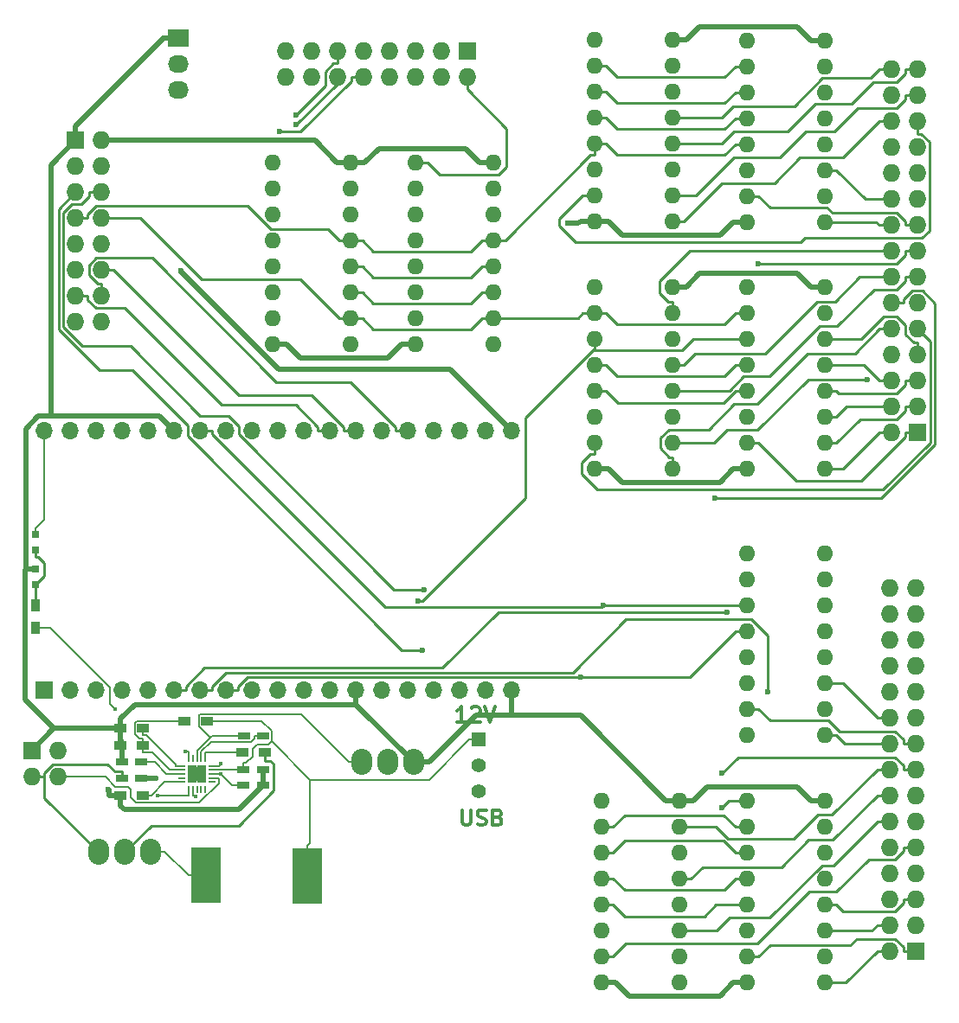
<source format=gbr>
G04 #@! TF.FileFunction,Copper,L1,Top,Signal*
%FSLAX46Y46*%
G04 Gerber Fmt 4.6, Leading zero omitted, Abs format (unit mm)*
G04 Created by KiCad (PCBNEW 4.0.4-stable) date Mon May  7 18:27:46 2018*
%MOMM*%
%LPD*%
G01*
G04 APERTURE LIST*
%ADD10C,0.100000*%
%ADD11C,0.300000*%
%ADD12R,1.727200X1.727200*%
%ADD13O,1.727200X1.727200*%
%ADD14R,2.032000X1.727200*%
%ADD15O,2.032000X1.727200*%
%ADD16O,1.600000X1.600000*%
%ADD17O,0.750000X0.200000*%
%ADD18O,0.200000X0.750000*%
%ADD19R,0.925000X0.925000*%
%ADD20R,1.700000X1.700000*%
%ADD21O,1.700000X1.700000*%
%ADD22R,1.200000X0.750000*%
%ADD23R,2.900000X5.400000*%
%ADD24O,2.032000X2.540000*%
%ADD25R,1.200000X0.900000*%
%ADD26R,0.900000X1.200000*%
%ADD27R,1.397000X1.397000*%
%ADD28C,1.397000*%
%ADD29R,0.797560X0.797560*%
%ADD30C,0.600000*%
%ADD31C,0.400000*%
%ADD32C,0.250000*%
%ADD33C,0.500000*%
%ADD34C,0.200000*%
G04 APERTURE END LIST*
D10*
D11*
X138187229Y-102481771D02*
X137330086Y-102481771D01*
X137758658Y-102481771D02*
X137758658Y-100981771D01*
X137615801Y-101196057D01*
X137472943Y-101338914D01*
X137330086Y-101410343D01*
X138758657Y-101124629D02*
X138830086Y-101053200D01*
X138972943Y-100981771D01*
X139330086Y-100981771D01*
X139472943Y-101053200D01*
X139544372Y-101124629D01*
X139615800Y-101267486D01*
X139615800Y-101410343D01*
X139544372Y-101624629D01*
X138687229Y-102481771D01*
X139615800Y-102481771D01*
X140044371Y-100981771D02*
X140544371Y-102481771D01*
X141044371Y-100981771D01*
X137857943Y-111090971D02*
X137857943Y-112305257D01*
X137929371Y-112448114D01*
X138000800Y-112519543D01*
X138143657Y-112590971D01*
X138429371Y-112590971D01*
X138572229Y-112519543D01*
X138643657Y-112448114D01*
X138715086Y-112305257D01*
X138715086Y-111090971D01*
X139357943Y-112519543D02*
X139572229Y-112590971D01*
X139929372Y-112590971D01*
X140072229Y-112519543D01*
X140143658Y-112448114D01*
X140215086Y-112305257D01*
X140215086Y-112162400D01*
X140143658Y-112019543D01*
X140072229Y-111948114D01*
X139929372Y-111876686D01*
X139643658Y-111805257D01*
X139500800Y-111733829D01*
X139429372Y-111662400D01*
X139357943Y-111519543D01*
X139357943Y-111376686D01*
X139429372Y-111233829D01*
X139500800Y-111162400D01*
X139643658Y-111090971D01*
X140000800Y-111090971D01*
X140215086Y-111162400D01*
X141357943Y-111805257D02*
X141572229Y-111876686D01*
X141643657Y-111948114D01*
X141715086Y-112090971D01*
X141715086Y-112305257D01*
X141643657Y-112448114D01*
X141572229Y-112519543D01*
X141429371Y-112590971D01*
X140857943Y-112590971D01*
X140857943Y-111090971D01*
X141357943Y-111090971D01*
X141500800Y-111162400D01*
X141572229Y-111233829D01*
X141643657Y-111376686D01*
X141643657Y-111519543D01*
X141572229Y-111662400D01*
X141500800Y-111733829D01*
X141357943Y-111805257D01*
X140857943Y-111805257D01*
D12*
X182397000Y-74168000D03*
D13*
X179857000Y-74168000D03*
X182397000Y-71628000D03*
X179857000Y-71628000D03*
X182397000Y-69088000D03*
X179857000Y-69088000D03*
X182397000Y-66548000D03*
X179857000Y-66548000D03*
X182397000Y-64008000D03*
X179857000Y-64008000D03*
X182397000Y-61468000D03*
X179857000Y-61468000D03*
X182397000Y-58928000D03*
X179857000Y-58928000D03*
X182397000Y-56388000D03*
X179857000Y-56388000D03*
X182397000Y-53848000D03*
X179857000Y-53848000D03*
X182397000Y-51308000D03*
X179857000Y-51308000D03*
X182397000Y-48768000D03*
X179857000Y-48768000D03*
X182397000Y-46228000D03*
X179857000Y-46228000D03*
X182397000Y-43688000D03*
X179857000Y-43688000D03*
X182397000Y-41148000D03*
X179857000Y-41148000D03*
X182397000Y-38608000D03*
X179857000Y-38608000D03*
D12*
X182194000Y-124892000D03*
D13*
X179654000Y-124892000D03*
X182194000Y-122352000D03*
X179654000Y-122352000D03*
X182194000Y-119812000D03*
X179654000Y-119812000D03*
X182194000Y-117272000D03*
X179654000Y-117272000D03*
X182194000Y-114732000D03*
X179654000Y-114732000D03*
X182194000Y-112192000D03*
X179654000Y-112192000D03*
X182194000Y-109652000D03*
X179654000Y-109652000D03*
X182194000Y-107112000D03*
X179654000Y-107112000D03*
X182194000Y-104572000D03*
X179654000Y-104572000D03*
X182194000Y-102032000D03*
X179654000Y-102032000D03*
X182194000Y-99492000D03*
X179654000Y-99492000D03*
X182194000Y-96952000D03*
X179654000Y-96952000D03*
X182194000Y-94412000D03*
X179654000Y-94412000D03*
X182194000Y-91872000D03*
X179654000Y-91872000D03*
X182194000Y-89332000D03*
X179654000Y-89332000D03*
D12*
X100051000Y-45542200D03*
D13*
X102591000Y-45542200D03*
X100051000Y-48082200D03*
X102591000Y-48082200D03*
X100051000Y-50622200D03*
X102591000Y-50622200D03*
X100051000Y-53162200D03*
X102591000Y-53162200D03*
X100051000Y-55702200D03*
X102591000Y-55702200D03*
X100051000Y-58242200D03*
X102591000Y-58242200D03*
X100051000Y-60782200D03*
X102591000Y-60782200D03*
X100051000Y-63322200D03*
X102591000Y-63322200D03*
D12*
X138354000Y-36804600D03*
D13*
X138354000Y-39344600D03*
X135814000Y-36804600D03*
X135814000Y-39344600D03*
X133274000Y-36804600D03*
X133274000Y-39344600D03*
X130734000Y-36804600D03*
X130734000Y-39344600D03*
X128194000Y-36804600D03*
X128194000Y-39344600D03*
X125654000Y-36804600D03*
X125654000Y-39344600D03*
X123114000Y-36804600D03*
X123114000Y-39344600D03*
X120574000Y-36804600D03*
X120574000Y-39344600D03*
D14*
X110134000Y-35483800D03*
D15*
X110134000Y-38023800D03*
X110134000Y-40563800D03*
D16*
X173355000Y-77698600D03*
X173355000Y-75158600D03*
X173355000Y-72618600D03*
X173355000Y-70078600D03*
X173355000Y-67538600D03*
X173355000Y-64998600D03*
X173355000Y-62458600D03*
X173355000Y-59918600D03*
X165735000Y-59918600D03*
X165735000Y-62458600D03*
X165735000Y-64998600D03*
X165735000Y-67538600D03*
X165735000Y-70078600D03*
X165735000Y-72618600D03*
X165735000Y-75158600D03*
X165735000Y-77698600D03*
X158420000Y-53441600D03*
X158420000Y-50901600D03*
X158420000Y-48361600D03*
X158420000Y-45821600D03*
X158420000Y-43281600D03*
X158420000Y-40741600D03*
X158420000Y-38201600D03*
X158420000Y-35661600D03*
X150800000Y-35661600D03*
X150800000Y-38201600D03*
X150800000Y-40741600D03*
X150800000Y-43281600D03*
X150800000Y-45821600D03*
X150800000Y-48361600D03*
X150800000Y-50901600D03*
X150800000Y-53441600D03*
X158420000Y-77673200D03*
X158420000Y-75133200D03*
X158420000Y-72593200D03*
X158420000Y-70053200D03*
X158420000Y-67513200D03*
X158420000Y-64973200D03*
X158420000Y-62433200D03*
X158420000Y-59893200D03*
X150800000Y-59893200D03*
X150800000Y-62433200D03*
X150800000Y-64973200D03*
X150800000Y-67513200D03*
X150800000Y-70053200D03*
X150800000Y-72593200D03*
X150800000Y-75133200D03*
X150800000Y-77673200D03*
X173355000Y-53517800D03*
X173355000Y-50977800D03*
X173355000Y-48437800D03*
X173355000Y-45897800D03*
X173355000Y-43357800D03*
X173355000Y-40817800D03*
X173355000Y-38277800D03*
X173355000Y-35737800D03*
X165735000Y-35737800D03*
X165735000Y-38277800D03*
X165735000Y-40817800D03*
X165735000Y-43357800D03*
X165735000Y-45897800D03*
X165735000Y-48437800D03*
X165735000Y-50977800D03*
X165735000Y-53517800D03*
X173355000Y-128016000D03*
X173355000Y-125476000D03*
X173355000Y-122936000D03*
X173355000Y-120396000D03*
X173355000Y-117856000D03*
X173355000Y-115316000D03*
X173355000Y-112776000D03*
X173355000Y-110236000D03*
X165735000Y-110236000D03*
X165735000Y-112776000D03*
X165735000Y-115316000D03*
X165735000Y-117856000D03*
X165735000Y-120396000D03*
X165735000Y-122936000D03*
X165735000Y-125476000D03*
X165735000Y-128016000D03*
X159131000Y-127965000D03*
X159131000Y-125425000D03*
X159131000Y-122885000D03*
X159131000Y-120345000D03*
X159131000Y-117805000D03*
X159131000Y-115265000D03*
X159131000Y-112725000D03*
X159131000Y-110185000D03*
X151511000Y-110185000D03*
X151511000Y-112725000D03*
X151511000Y-115265000D03*
X151511000Y-117805000D03*
X151511000Y-120345000D03*
X151511000Y-122885000D03*
X151511000Y-125425000D03*
X151511000Y-127965000D03*
X173355000Y-103759000D03*
X173355000Y-101219000D03*
X173355000Y-98679000D03*
X173355000Y-96139000D03*
X173355000Y-93599000D03*
X173355000Y-91059000D03*
X173355000Y-88519000D03*
X173355000Y-85979000D03*
X165735000Y-85979000D03*
X165735000Y-88519000D03*
X165735000Y-91059000D03*
X165735000Y-93599000D03*
X165735000Y-96139000D03*
X165735000Y-98679000D03*
X165735000Y-101219000D03*
X165735000Y-103759000D03*
D17*
X110438000Y-106769000D03*
X110438000Y-107169000D03*
X110438000Y-107569000D03*
X110438000Y-107969000D03*
X110438000Y-108369000D03*
D18*
X111138000Y-109069000D03*
X111538000Y-109069000D03*
X111938000Y-109069000D03*
X112338000Y-109069000D03*
X112738000Y-109069000D03*
D17*
X113438000Y-108369000D03*
X113438000Y-107969000D03*
X113438000Y-107569000D03*
X113438000Y-107169000D03*
X113438000Y-106769000D03*
D18*
X112738000Y-106069000D03*
X112338000Y-106069000D03*
X111938000Y-106069000D03*
X111538000Y-106069000D03*
X111138000Y-106069000D03*
D19*
X112400500Y-108031500D03*
X112400500Y-107106500D03*
X111475500Y-108031500D03*
X111475500Y-107106500D03*
D20*
X96977200Y-99364800D03*
D21*
X96977200Y-73964800D03*
X99517200Y-99364800D03*
X99517200Y-73964800D03*
X102057200Y-99364800D03*
X102057200Y-73964800D03*
X104597200Y-99364800D03*
X104597200Y-73964800D03*
X107137200Y-99364800D03*
X107137200Y-73964800D03*
X109677200Y-99364800D03*
X109677200Y-73964800D03*
X112217200Y-99364800D03*
X112217200Y-73964800D03*
X114757200Y-99364800D03*
X114757200Y-73964800D03*
X117297200Y-99364800D03*
X117297200Y-73964800D03*
X119837200Y-99364800D03*
X119837200Y-73964800D03*
X122377200Y-99364800D03*
X122377200Y-73964800D03*
X124917200Y-99364800D03*
X124917200Y-73964800D03*
X127457200Y-99364800D03*
X127457200Y-73964800D03*
X129997200Y-99364800D03*
X129997200Y-73964800D03*
X132537200Y-99364800D03*
X132537200Y-73964800D03*
X135077200Y-99364800D03*
X135077200Y-73964800D03*
X137617200Y-99364800D03*
X137617200Y-73964800D03*
X140157200Y-99364800D03*
X140157200Y-73964800D03*
X142697200Y-99364800D03*
X142697200Y-73964800D03*
D16*
X133325000Y-47675800D03*
X133325000Y-50215800D03*
X133325000Y-52755800D03*
X133325000Y-55295800D03*
X133325000Y-57835800D03*
X133325000Y-60375800D03*
X133325000Y-62915800D03*
X133325000Y-65455800D03*
X140945000Y-65455800D03*
X140945000Y-62915800D03*
X140945000Y-60375800D03*
X140945000Y-57835800D03*
X140945000Y-55295800D03*
X140945000Y-52755800D03*
X140945000Y-50215800D03*
X140945000Y-47675800D03*
X119355000Y-47726600D03*
X119355000Y-50266600D03*
X119355000Y-52806600D03*
X119355000Y-55346600D03*
X119355000Y-57886600D03*
X119355000Y-60426600D03*
X119355000Y-62966600D03*
X119355000Y-65506600D03*
X126975000Y-65506600D03*
X126975000Y-62966600D03*
X126975000Y-60426600D03*
X126975000Y-57886600D03*
X126975000Y-55346600D03*
X126975000Y-52806600D03*
X126975000Y-50266600D03*
X126975000Y-47726600D03*
D22*
X116474000Y-107112000D03*
X118374000Y-107112000D03*
X104587000Y-108026000D03*
X106487000Y-108026000D03*
X118400000Y-103861000D03*
X116500000Y-103861000D03*
X118374000Y-108661000D03*
X116474000Y-108661000D03*
X104587000Y-106426000D03*
X106487000Y-106426000D03*
D23*
X112779000Y-117516000D03*
X122679000Y-117526000D03*
D24*
X104877000Y-115164000D03*
X107417000Y-115164000D03*
X102337000Y-115164000D03*
X130581000Y-106426000D03*
X133121000Y-106426000D03*
X128041000Y-106426000D03*
D25*
X112911000Y-102387000D03*
X110711000Y-102387000D03*
X106662000Y-104800000D03*
X104462000Y-104800000D03*
X116324000Y-105486000D03*
X118524000Y-105486000D03*
X106662000Y-103124000D03*
X104462000Y-103124000D03*
X104437000Y-109677000D03*
X106637000Y-109677000D03*
D26*
X96139000Y-91025800D03*
X96139000Y-93225800D03*
D27*
X139497000Y-104191000D03*
D28*
X139497000Y-106731000D03*
X139497000Y-109271000D03*
D29*
X96139000Y-89014300D03*
X96139000Y-87515700D03*
X96139000Y-84137500D03*
X96139000Y-85636100D03*
D12*
X95783400Y-105283000D03*
D13*
X98323400Y-105283000D03*
X95783400Y-107823000D03*
X98323400Y-107823000D03*
D30*
X111475000Y-108032000D03*
X107899000Y-108001000D03*
X103226100Y-109075400D03*
X133517500Y-90608600D03*
X149481500Y-98089400D03*
X163751200Y-91748500D03*
X177482300Y-68953300D03*
X162572900Y-80560500D03*
X166802600Y-57576900D03*
X163306400Y-110896700D03*
X151674500Y-91059000D03*
X167732400Y-99515000D03*
X163306400Y-107458800D03*
D31*
X114212800Y-107568800D03*
X110809200Y-105372000D03*
D30*
X110330900Y-58335700D03*
X133995800Y-95427300D03*
X134146300Y-89499700D03*
X120006800Y-44649800D03*
X121570600Y-43065300D03*
X121649400Y-44003000D03*
D31*
X103953700Y-101237300D03*
X111817700Y-109799200D03*
D30*
X148169000Y-53642700D03*
D31*
X114282900Y-106524100D03*
X108056700Y-109669000D03*
D32*
X175137500Y-77698600D02*
X178668100Y-74168000D01*
X173355000Y-77698600D02*
X175137500Y-77698600D01*
X179857000Y-74168000D02*
X178668100Y-74168000D01*
X176822000Y-72816900D02*
X174480300Y-75158600D01*
X180390800Y-72816900D02*
X176822000Y-72816900D01*
X181208100Y-71999600D02*
X180390800Y-72816900D01*
X181208100Y-71628000D02*
X181208100Y-71999600D01*
X182397000Y-71628000D02*
X181208100Y-71628000D01*
X173355000Y-75158600D02*
X174480300Y-75158600D01*
X175470900Y-71628000D02*
X179857000Y-71628000D01*
X174480300Y-72618600D02*
X175470900Y-71628000D01*
X173355000Y-72618600D02*
X174480300Y-72618600D01*
X181208100Y-69459600D02*
X181208100Y-69088000D01*
X180390800Y-70276900D02*
X181208100Y-69459600D01*
X174678600Y-70276900D02*
X180390800Y-70276900D01*
X174480300Y-70078600D02*
X174678600Y-70276900D01*
X173355000Y-70078600D02*
X174480300Y-70078600D01*
X182397000Y-69088000D02*
X181208100Y-69088000D01*
X177118700Y-67538600D02*
X178668100Y-69088000D01*
X173355000Y-67538600D02*
X177118700Y-67538600D01*
X179857000Y-69088000D02*
X178668100Y-69088000D01*
X182025400Y-65359100D02*
X182397000Y-65359100D01*
X181208100Y-64541800D02*
X182025400Y-65359100D01*
X181208100Y-63655800D02*
X181208100Y-64541800D01*
X180371300Y-62819000D02*
X181208100Y-63655800D01*
X179118600Y-62819000D02*
X180371300Y-62819000D01*
X176939000Y-64998600D02*
X179118600Y-62819000D01*
X173355000Y-64998600D02*
X176939000Y-64998600D01*
X182397000Y-66548000D02*
X182397000Y-65359100D01*
D33*
X107874000Y-108026000D02*
X106487000Y-108026000D01*
X107899000Y-108001000D02*
X107874000Y-108026000D01*
X104462000Y-104800000D02*
X104462000Y-104299800D01*
X104462000Y-104299800D02*
X104462000Y-103799700D01*
X104587000Y-104424800D02*
X104587000Y-106426000D01*
X104462000Y-104299800D02*
X104587000Y-104424800D01*
X104462000Y-103124000D02*
X104462000Y-103799700D01*
X118374000Y-108661000D02*
X118374000Y-107112000D01*
X111938000Y-107106500D02*
X111938000Y-108031500D01*
X111475500Y-108031500D02*
X111938000Y-108031500D01*
X111938000Y-108031500D02*
X112400500Y-108031500D01*
X111475500Y-107106500D02*
X111938000Y-107106500D01*
X111938000Y-107106500D02*
X112400500Y-107106500D01*
X104462000Y-103124000D02*
X104462000Y-102123700D01*
X158420000Y-59893200D02*
X159770300Y-59893200D01*
X173355000Y-59918600D02*
X172004700Y-59918600D01*
X130572400Y-66858100D02*
X131974700Y-65455800D01*
X122056800Y-66858100D02*
X130572400Y-66858100D01*
X120705300Y-65506600D02*
X122056800Y-66858100D01*
X119355000Y-65506600D02*
X120705300Y-65506600D01*
X133325000Y-65455800D02*
X131974700Y-65455800D01*
X108567700Y-35611600D02*
X100051000Y-44128300D01*
X108567700Y-35483800D02*
X108567700Y-35611600D01*
X110134000Y-35483800D02*
X108567700Y-35483800D01*
X100051000Y-45542200D02*
X100051000Y-44128300D01*
X170647400Y-58561300D02*
X172004700Y-59918600D01*
X161102200Y-58561300D02*
X170647400Y-58561300D01*
X159770300Y-59893200D02*
X161102200Y-58561300D01*
X161794400Y-108871900D02*
X160481300Y-110185000D01*
X170640600Y-108871900D02*
X161794400Y-108871900D01*
X172004700Y-110236000D02*
X170640600Y-108871900D01*
X173355000Y-110236000D02*
X172004700Y-110236000D01*
X159131000Y-110185000D02*
X160481300Y-110185000D01*
X133121000Y-106426000D02*
X134687300Y-106426000D01*
X159131000Y-110185000D02*
X157780700Y-110185000D01*
X142697200Y-99364800D02*
X142697200Y-100765100D01*
X142697200Y-101853700D02*
X142697200Y-100765100D01*
X139259600Y-101853700D02*
X142697200Y-101853700D01*
X134687300Y-106426000D02*
X139259600Y-101853700D01*
X149449400Y-101853700D02*
X157780700Y-110185000D01*
X142697200Y-101853700D02*
X149449400Y-101853700D01*
X96139000Y-87515700D02*
X95189900Y-87515700D01*
X97652000Y-47941200D02*
X100051000Y-45542200D01*
X97652000Y-72545800D02*
X97652000Y-47941200D01*
X108258200Y-72545800D02*
X109677200Y-73964800D01*
X97652000Y-72545800D02*
X108258200Y-72545800D01*
X127457200Y-99364800D02*
X127457200Y-100765100D01*
X127457200Y-100765100D02*
X127457200Y-100765200D01*
X105820500Y-100765200D02*
X127457200Y-100765200D01*
X104462000Y-102123700D02*
X105820500Y-100765200D01*
X127460200Y-100765200D02*
X133121000Y-106426000D01*
X127457200Y-100765200D02*
X127460200Y-100765200D01*
X161048800Y-34383100D02*
X159770300Y-35661600D01*
X170650000Y-34383100D02*
X161048800Y-34383100D01*
X172004700Y-35737800D02*
X170650000Y-34383100D01*
X173355000Y-35737800D02*
X172004700Y-35737800D01*
X158420000Y-35661600D02*
X159770300Y-35661600D01*
X111475000Y-108032000D02*
X111475500Y-108031500D01*
X95783400Y-105283000D02*
X97942400Y-103124000D01*
X97942400Y-103124000D02*
X104462000Y-103124000D01*
X96409200Y-72545800D02*
X97652000Y-72545800D01*
X95189900Y-73765100D02*
X96409200Y-72545800D01*
X95189900Y-87515700D02*
X95189900Y-73765100D01*
X95138600Y-100320200D02*
X97942400Y-103124000D01*
X95138600Y-87567000D02*
X95138600Y-100320200D01*
X95189900Y-87515700D02*
X95138600Y-87567000D01*
X115989200Y-111045800D02*
X118374000Y-108661000D01*
X104805500Y-111045800D02*
X115989200Y-111045800D01*
X104437000Y-110677300D02*
X104805500Y-111045800D01*
X104437000Y-109677000D02*
X104437000Y-110677300D01*
X103286700Y-109136000D02*
X103286700Y-109677000D01*
X103226100Y-109075400D02*
X103286700Y-109136000D01*
X104437000Y-109677000D02*
X103286700Y-109677000D01*
D32*
X153050600Y-39326900D02*
X151925300Y-38201600D01*
X163560600Y-39326900D02*
X153050600Y-39326900D01*
X164609700Y-38277800D02*
X163560600Y-39326900D01*
X165735000Y-38277800D02*
X164609700Y-38277800D01*
X150800000Y-38201600D02*
X151925300Y-38201600D01*
X102591000Y-53162200D02*
X103779900Y-53162200D01*
X153761600Y-111599700D02*
X152636300Y-112725000D01*
X163433400Y-111599700D02*
X153761600Y-111599700D01*
X164609700Y-112776000D02*
X163433400Y-111599700D01*
X165735000Y-112776000D02*
X164609700Y-112776000D01*
X151511000Y-112725000D02*
X152636300Y-112725000D01*
X149192100Y-62915800D02*
X149674700Y-62433200D01*
X140945000Y-62915800D02*
X149192100Y-62915800D01*
X126412400Y-62966600D02*
X125849700Y-62966600D01*
X126412400Y-62966600D02*
X126975000Y-62966600D01*
X138694400Y-64041100D02*
X139819700Y-62915800D01*
X129174800Y-64041100D02*
X138694400Y-64041100D01*
X128100300Y-62966600D02*
X129174800Y-64041100D01*
X126975000Y-62966600D02*
X128100300Y-62966600D01*
X140945000Y-62915800D02*
X139819700Y-62915800D01*
X150237400Y-62433200D02*
X149674700Y-62433200D01*
X150237400Y-62433200D02*
X150800000Y-62433200D01*
X163505300Y-63563000D02*
X164609700Y-62458600D01*
X153055100Y-63563000D02*
X163505300Y-63563000D01*
X151925300Y-62433200D02*
X153055100Y-63563000D01*
X150800000Y-62433200D02*
X151925300Y-62433200D01*
X165735000Y-62458600D02*
X164609700Y-62458600D01*
X106408200Y-53162200D02*
X103779900Y-53162200D01*
X112374700Y-59128700D02*
X106408200Y-53162200D01*
X122011800Y-59128700D02*
X112374700Y-59128700D01*
X125849700Y-62966600D02*
X122011800Y-59128700D01*
X153050600Y-41866900D02*
X151925300Y-40741600D01*
X163560600Y-41866900D02*
X153050600Y-41866900D01*
X164609700Y-40817800D02*
X163560600Y-41866900D01*
X165735000Y-40817800D02*
X164609700Y-40817800D01*
X150800000Y-40741600D02*
X151925300Y-40741600D01*
X150800000Y-64973200D02*
X150800000Y-65985900D01*
X160484300Y-64998600D02*
X165735000Y-64998600D01*
X159384400Y-66098500D02*
X160484300Y-64998600D01*
X150912600Y-66098500D02*
X159384400Y-66098500D01*
X150800000Y-65985900D02*
X150912600Y-66098500D01*
X133978300Y-90608600D02*
X133517500Y-90608600D01*
X144032200Y-80554700D02*
X133978300Y-90608600D01*
X144032200Y-72654100D02*
X144032200Y-80554700D01*
X150700400Y-65985900D02*
X144032200Y-72654100D01*
X150800000Y-65985900D02*
X150700400Y-65985900D01*
X153761600Y-118930300D02*
X152636300Y-117805000D01*
X163535400Y-118930300D02*
X153761600Y-118930300D01*
X164609700Y-117856000D02*
X163535400Y-118930300D01*
X151511000Y-117805000D02*
X152636300Y-117805000D01*
X153050600Y-44406900D02*
X151925300Y-43281600D01*
X163560600Y-44406900D02*
X153050600Y-44406900D01*
X164609700Y-43357800D02*
X163560600Y-44406900D01*
X165735000Y-43357800D02*
X164609700Y-43357800D01*
X150800000Y-43281600D02*
X151925300Y-43281600D01*
X165735000Y-117856000D02*
X164609700Y-117856000D01*
X153050600Y-68638500D02*
X151925300Y-67513200D01*
X163509800Y-68638500D02*
X153050600Y-68638500D01*
X164609700Y-67538600D02*
X163509800Y-68638500D01*
X165735000Y-67538600D02*
X164609700Y-67538600D01*
X150800000Y-67513200D02*
X151925300Y-67513200D01*
X114757200Y-99364800D02*
X115932500Y-99364800D01*
X165735000Y-93599000D02*
X164609700Y-93599000D01*
X160119300Y-98089400D02*
X149481500Y-98089400D01*
X164609700Y-93599000D02*
X160119300Y-98089400D01*
X115932500Y-98997500D02*
X115932500Y-99364800D01*
X116840600Y-98089400D02*
X115932500Y-98997500D01*
X149481500Y-98089400D02*
X116840600Y-98089400D01*
X153050600Y-46946900D02*
X151925300Y-45821600D01*
X163560600Y-46946900D02*
X153050600Y-46946900D01*
X164609700Y-45897800D02*
X163560600Y-46946900D01*
X165735000Y-45897800D02*
X164609700Y-45897800D01*
X150800000Y-45821600D02*
X151925300Y-45821600D01*
X150800000Y-70053200D02*
X151925300Y-70053200D01*
X165735000Y-70078600D02*
X164609700Y-70078600D01*
X163457600Y-71230700D02*
X164609700Y-70078600D01*
X153102800Y-71230700D02*
X163457600Y-71230700D01*
X151925300Y-70053200D02*
X153102800Y-71230700D01*
X150419200Y-46946900D02*
X150800000Y-46946900D01*
X142070300Y-55295800D02*
X150419200Y-46946900D01*
X140945000Y-55295800D02*
X142070300Y-55295800D01*
X150800000Y-45821600D02*
X150800000Y-46946900D01*
X162706600Y-120396000D02*
X165735000Y-120396000D01*
X161587500Y-121515100D02*
X162706600Y-120396000D01*
X153806400Y-121515100D02*
X161587500Y-121515100D01*
X152636300Y-120345000D02*
X153806400Y-121515100D01*
X151511000Y-120345000D02*
X152636300Y-120345000D01*
X101239900Y-52790600D02*
X101239900Y-53162200D01*
X102057200Y-51973300D02*
X101239900Y-52790600D01*
X116871500Y-51973300D02*
X102057200Y-51973300D01*
X119119500Y-54221300D02*
X116871500Y-51973300D01*
X124724400Y-54221300D02*
X119119500Y-54221300D01*
X125849700Y-55346600D02*
X124724400Y-54221300D01*
X100051000Y-53162200D02*
X101239900Y-53162200D01*
X126412400Y-55346600D02*
X125849700Y-55346600D01*
X126412400Y-55346600D02*
X126975000Y-55346600D01*
X138694400Y-56421100D02*
X139819700Y-55295800D01*
X129174800Y-56421100D02*
X138694400Y-56421100D01*
X128100300Y-55346600D02*
X129174800Y-56421100D01*
X126975000Y-55346600D02*
X128100300Y-55346600D01*
X140945000Y-55295800D02*
X139819700Y-55295800D01*
X109677200Y-99364800D02*
X110852500Y-99364800D01*
X110852500Y-98997500D02*
X110852500Y-99364800D01*
X112668500Y-97181500D02*
X110852500Y-98997500D01*
X135959100Y-97181500D02*
X112668500Y-97181500D01*
X141392100Y-91748500D02*
X135959100Y-97181500D01*
X163751200Y-91748500D02*
X141392100Y-91748500D01*
X182397000Y-74168000D02*
X181208100Y-74168000D01*
X165735000Y-75158600D02*
X166860300Y-75158600D01*
X170555700Y-78854000D02*
X166860300Y-75158600D01*
X176893600Y-78854000D02*
X170555700Y-78854000D01*
X181208100Y-74539500D02*
X176893600Y-78854000D01*
X181208100Y-74168000D02*
X181208100Y-74539500D01*
X175114400Y-47241700D02*
X178668100Y-43688000D01*
X170897200Y-47241700D02*
X175114400Y-47241700D01*
X168431100Y-49707800D02*
X170897200Y-47241700D01*
X163279100Y-49707800D02*
X168431100Y-49707800D01*
X159545300Y-53441600D02*
X163279100Y-49707800D01*
X179857000Y-43688000D02*
X178668100Y-43688000D01*
X158420000Y-53441600D02*
X159545300Y-53441600D01*
X181208100Y-41519600D02*
X181208100Y-41148000D01*
X180390800Y-42336900D02*
X181208100Y-41519600D01*
X176577100Y-42336900D02*
X180390800Y-42336900D01*
X174286200Y-44627800D02*
X176577100Y-42336900D01*
X171467600Y-44627800D02*
X174286200Y-44627800D01*
X168927600Y-47167800D02*
X171467600Y-44627800D01*
X164469700Y-47167800D02*
X168927600Y-47167800D01*
X160735900Y-50901600D02*
X164469700Y-47167800D01*
X158420000Y-50901600D02*
X160735900Y-50901600D01*
X182397000Y-41148000D02*
X181208100Y-41148000D01*
X181208100Y-38979600D02*
X181208100Y-38608000D01*
X180390800Y-39796900D02*
X181208100Y-38979600D01*
X178116100Y-39796900D02*
X180390800Y-39796900D01*
X175957600Y-41955400D02*
X178116100Y-39796900D01*
X172387900Y-41955400D02*
X175957600Y-41955400D01*
X169715500Y-44627800D02*
X172387900Y-41955400D01*
X164469700Y-44627800D02*
X169715500Y-44627800D01*
X163275900Y-45821600D02*
X164469700Y-44627800D01*
X158420000Y-45821600D02*
X163275900Y-45821600D01*
X182397000Y-38608000D02*
X181208100Y-38608000D01*
X179857000Y-38608000D02*
X178668100Y-38608000D01*
X177827400Y-39448700D02*
X178668100Y-38608000D01*
X173110100Y-39448700D02*
X177827400Y-39448700D01*
X170338400Y-42220400D02*
X173110100Y-39448700D01*
X164337100Y-42220400D02*
X170338400Y-42220400D01*
X163275900Y-43281600D02*
X164337100Y-42220400D01*
X158420000Y-43281600D02*
X163275900Y-43281600D01*
X150800000Y-50901600D02*
X149674700Y-50901600D01*
X182397000Y-43688000D02*
X182397000Y-44876900D01*
X182768600Y-44876900D02*
X182397000Y-44876900D01*
X183585900Y-45694200D02*
X182768600Y-44876900D01*
X183585900Y-54360400D02*
X183585900Y-45694200D01*
X182828300Y-55118000D02*
X183585900Y-54360400D01*
X171367200Y-55118000D02*
X182828300Y-55118000D01*
X171012500Y-55472700D02*
X171367200Y-55118000D01*
X148973300Y-55472700D02*
X171012500Y-55472700D01*
X147381400Y-53880800D02*
X148973300Y-55472700D01*
X147381400Y-53194900D02*
X147381400Y-53880800D01*
X149674700Y-50901600D02*
X147381400Y-53194900D01*
X176262900Y-66413200D02*
X178668100Y-64008000D01*
X171632500Y-66413200D02*
X176262900Y-66413200D01*
X166697100Y-71348600D02*
X171632500Y-66413200D01*
X164469700Y-71348600D02*
X166697100Y-71348600D01*
X161955100Y-73863200D02*
X164469700Y-71348600D01*
X158088900Y-73863200D02*
X161955100Y-73863200D01*
X157283600Y-74668500D02*
X158088900Y-73863200D01*
X157283600Y-75692800D02*
X157283600Y-74668500D01*
X158138700Y-76547900D02*
X157283600Y-75692800D01*
X158420000Y-76547900D02*
X158138700Y-76547900D01*
X158420000Y-77673200D02*
X158420000Y-76547900D01*
X179857000Y-64008000D02*
X178668100Y-64008000D01*
X171712000Y-68953300D02*
X177482300Y-68953300D01*
X166776700Y-73888600D02*
X171712000Y-68953300D01*
X163764700Y-73888600D02*
X166776700Y-73888600D01*
X162520100Y-75133200D02*
X163764700Y-73888600D01*
X158420000Y-75133200D02*
X162520100Y-75133200D01*
X179857000Y-61468000D02*
X181045900Y-61468000D01*
X181045900Y-61096400D02*
X181045900Y-61468000D01*
X181863200Y-60279100D02*
X181045900Y-61096400D01*
X182906800Y-60279100D02*
X181863200Y-60279100D01*
X184132100Y-61504400D02*
X182906800Y-60279100D01*
X184132100Y-75273800D02*
X184132100Y-61504400D01*
X178845400Y-80560500D02*
X184132100Y-75273800D01*
X162572900Y-80560500D02*
X178845400Y-80560500D01*
X181208100Y-59299600D02*
X181208100Y-58928000D01*
X180390800Y-60116900D02*
X181208100Y-59299600D01*
X178129400Y-60116900D02*
X180390800Y-60116900D01*
X174517700Y-63728600D02*
X178129400Y-60116900D01*
X172874500Y-63728600D02*
X174517700Y-63728600D01*
X167939100Y-68664000D02*
X172874500Y-63728600D01*
X165387400Y-68664000D02*
X167939100Y-68664000D01*
X163998200Y-70053200D02*
X165387400Y-68664000D01*
X158420000Y-70053200D02*
X163998200Y-70053200D01*
X182397000Y-58928000D02*
X181208100Y-58928000D01*
X176765000Y-58928000D02*
X179857000Y-58928000D01*
X174367800Y-61325200D02*
X176765000Y-58928000D01*
X172601600Y-61325200D02*
X174367800Y-61325200D01*
X167538900Y-66387900D02*
X172601600Y-61325200D01*
X160670600Y-66387900D02*
X167538900Y-66387900D01*
X159545300Y-67513200D02*
X160670600Y-66387900D01*
X158420000Y-67513200D02*
X159545300Y-67513200D01*
X182397000Y-56388000D02*
X181208100Y-56388000D01*
X180390800Y-57576900D02*
X166802600Y-57576900D01*
X181208100Y-56759600D02*
X180390800Y-57576900D01*
X181208100Y-56388000D02*
X181208100Y-56759600D01*
X160119500Y-56388000D02*
X179857000Y-56388000D01*
X157161400Y-59346100D02*
X160119500Y-56388000D01*
X157161400Y-60471300D02*
X157161400Y-59346100D01*
X157998000Y-61307900D02*
X157161400Y-60471300D01*
X158420000Y-61307900D02*
X157998000Y-61307900D01*
X158420000Y-62433200D02*
X158420000Y-61307900D01*
X183639900Y-65250900D02*
X182397000Y-64008000D01*
X183639900Y-75122900D02*
X183639900Y-65250900D01*
X179046700Y-79716100D02*
X183639900Y-75122900D01*
X151083800Y-79716100D02*
X179046700Y-79716100D01*
X149555800Y-78188100D02*
X151083800Y-79716100D01*
X149555800Y-77080700D02*
X149555800Y-78188100D01*
X150378000Y-76258500D02*
X149555800Y-77080700D01*
X150800000Y-76258500D02*
X150378000Y-76258500D01*
X150800000Y-75133200D02*
X150800000Y-76258500D01*
X178337900Y-53517800D02*
X178668100Y-53848000D01*
X173355000Y-53517800D02*
X178337900Y-53517800D01*
X179857000Y-53848000D02*
X178668100Y-53848000D01*
X177350500Y-51308000D02*
X179857000Y-51308000D01*
X174480300Y-48437800D02*
X177350500Y-51308000D01*
X173355000Y-48437800D02*
X174480300Y-48437800D01*
X181208100Y-53476400D02*
X181208100Y-53848000D01*
X180390800Y-52659100D02*
X181208100Y-53476400D01*
X174087900Y-52659100D02*
X180390800Y-52659100D01*
X173531900Y-52103100D02*
X174087900Y-52659100D01*
X167985600Y-52103100D02*
X173531900Y-52103100D01*
X166860300Y-50977800D02*
X167985600Y-52103100D01*
X165735000Y-50977800D02*
X166860300Y-50977800D01*
X182397000Y-53848000D02*
X181208100Y-53848000D01*
X175341100Y-128016000D02*
X178465100Y-124892000D01*
X173355000Y-128016000D02*
X175341100Y-128016000D01*
X179654000Y-124892000D02*
X178465100Y-124892000D01*
X177881100Y-122936000D02*
X178465100Y-122352000D01*
X173355000Y-122936000D02*
X177881100Y-122936000D01*
X179654000Y-122352000D02*
X178465100Y-122352000D01*
X181005100Y-120183600D02*
X181005100Y-119812000D01*
X180187800Y-121000900D02*
X181005100Y-120183600D01*
X175085200Y-121000900D02*
X180187800Y-121000900D01*
X174480300Y-120396000D02*
X175085200Y-121000900D01*
X173355000Y-120396000D02*
X174480300Y-120396000D01*
X182194000Y-119812000D02*
X181005100Y-119812000D01*
X163967100Y-110236000D02*
X165735000Y-110236000D01*
X163306400Y-110896700D02*
X163967100Y-110236000D01*
X163424900Y-114131200D02*
X164609700Y-115316000D01*
X153770100Y-114131200D02*
X163424900Y-114131200D01*
X152636300Y-115265000D02*
X153770100Y-114131200D01*
X151511000Y-115265000D02*
X152636300Y-115265000D01*
X165735000Y-115316000D02*
X164609700Y-115316000D01*
X151674500Y-91059000D02*
X165735000Y-91059000D01*
X112217200Y-73964800D02*
X113392500Y-73964800D01*
X151488900Y-91244600D02*
X151674500Y-91059000D01*
X130305000Y-91244600D02*
X151488900Y-91244600D01*
X113392500Y-74332100D02*
X130305000Y-91244600D01*
X113392500Y-73964800D02*
X113392500Y-74332100D01*
X112217200Y-99364800D02*
X113392500Y-99364800D01*
X113392500Y-98997500D02*
X113392500Y-99364800D01*
X114758100Y-97631900D02*
X113392500Y-98997500D01*
X148702100Y-97631900D02*
X114758100Y-97631900D01*
X153896000Y-92438000D02*
X148702100Y-97631900D01*
X166168400Y-92438000D02*
X153896000Y-92438000D01*
X167732400Y-94002000D02*
X166168400Y-92438000D01*
X167732400Y-99515000D02*
X167732400Y-94002000D01*
X181005100Y-124520400D02*
X181005100Y-124892000D01*
X180187800Y-123703100D02*
X181005100Y-124520400D01*
X176445100Y-123703100D02*
X180187800Y-123703100D01*
X175797500Y-124350700D02*
X176445100Y-123703100D01*
X167985600Y-124350700D02*
X175797500Y-124350700D01*
X166860300Y-125476000D02*
X167985600Y-124350700D01*
X182194000Y-124892000D02*
X181005100Y-124892000D01*
X165735000Y-125476000D02*
X166860300Y-125476000D01*
X174151600Y-116505500D02*
X178465100Y-112192000D01*
X173089900Y-116505500D02*
X174151600Y-116505500D01*
X167929400Y-121666000D02*
X173089900Y-116505500D01*
X164015300Y-121666000D02*
X167929400Y-121666000D01*
X162796300Y-122885000D02*
X164015300Y-121666000D01*
X159131000Y-122885000D02*
X162796300Y-122885000D01*
X179654000Y-112192000D02*
X178465100Y-112192000D01*
X174071100Y-114046000D02*
X178465100Y-109652000D01*
X171708900Y-114046000D02*
X174071100Y-114046000D01*
X169075200Y-116679700D02*
X171708900Y-114046000D01*
X161381600Y-116679700D02*
X169075200Y-116679700D01*
X160256300Y-117805000D02*
X161381600Y-116679700D01*
X159131000Y-117805000D02*
X160256300Y-117805000D01*
X179654000Y-109652000D02*
X178465100Y-109652000D01*
X181005100Y-106740400D02*
X181005100Y-107112000D01*
X180187800Y-105923100D02*
X181005100Y-106740400D01*
X164842100Y-105923100D02*
X180187800Y-105923100D01*
X163306400Y-107458800D02*
X164842100Y-105923100D01*
X182194000Y-107112000D02*
X181005100Y-107112000D01*
X174000400Y-111576700D02*
X178465100Y-107112000D01*
X172667500Y-111576700D02*
X174000400Y-111576700D01*
X170306700Y-113937500D02*
X172667500Y-111576700D01*
X163868100Y-113937500D02*
X170306700Y-113937500D01*
X162655600Y-112725000D02*
X163868100Y-113937500D01*
X159131000Y-112725000D02*
X162655600Y-112725000D01*
X179654000Y-107112000D02*
X178465100Y-107112000D01*
X181005100Y-115103600D02*
X181005100Y-114732000D01*
X180187800Y-115920900D02*
X181005100Y-115103600D01*
X177681500Y-115920900D02*
X180187800Y-115920900D01*
X174476400Y-119126000D02*
X177681500Y-115920900D01*
X171844600Y-119126000D02*
X174476400Y-119126000D01*
X166764600Y-124206000D02*
X171844600Y-119126000D01*
X153855300Y-124206000D02*
X166764600Y-124206000D01*
X152636300Y-125425000D02*
X153855300Y-124206000D01*
X151511000Y-125425000D02*
X152636300Y-125425000D01*
X182194000Y-114732000D02*
X181005100Y-114732000D01*
X175293300Y-104572000D02*
X179654000Y-104572000D01*
X174480300Y-103759000D02*
X175293300Y-104572000D01*
X173355000Y-103759000D02*
X174480300Y-103759000D01*
X175112100Y-98679000D02*
X178465100Y-102032000D01*
X173355000Y-98679000D02*
X175112100Y-98679000D01*
X179654000Y-102032000D02*
X178465100Y-102032000D01*
X181005100Y-104200400D02*
X181005100Y-104572000D01*
X180187800Y-103383100D02*
X181005100Y-104200400D01*
X174741300Y-103383100D02*
X180187800Y-103383100D01*
X173702500Y-102344300D02*
X174741300Y-103383100D01*
X167985600Y-102344300D02*
X173702500Y-102344300D01*
X166860300Y-101219000D02*
X167985600Y-102344300D01*
X165735000Y-101219000D02*
X166860300Y-101219000D01*
X182194000Y-104572000D02*
X181005100Y-104572000D01*
D34*
X113438000Y-107569000D02*
X114038000Y-107569000D01*
X114038200Y-107568800D02*
X114038000Y-107569000D01*
X114212800Y-107568800D02*
X114038200Y-107568800D01*
X115305000Y-108661000D02*
X114212800Y-107568800D01*
X116474000Y-108661000D02*
X115305000Y-108661000D01*
X111138000Y-106069000D02*
X111138000Y-105469000D01*
X111041000Y-105372000D02*
X110809200Y-105372000D01*
X111138000Y-105469000D02*
X111041000Y-105372000D01*
X96977200Y-82675500D02*
X96977200Y-73964800D01*
X96139000Y-83513700D02*
X96977200Y-82675500D01*
X96139000Y-84137500D02*
X96139000Y-83513700D01*
D32*
X124917200Y-73964800D02*
X123741900Y-73964800D01*
X100051000Y-60782200D02*
X101239900Y-60782200D01*
X101239900Y-61153800D02*
X101239900Y-60782200D01*
X102057200Y-61971100D02*
X101239900Y-61153800D01*
X104880300Y-61971100D02*
X102057200Y-61971100D01*
X114347700Y-71438500D02*
X104880300Y-61971100D01*
X121582900Y-71438500D02*
X114347700Y-71438500D01*
X123741900Y-73597500D02*
X121582900Y-71438500D01*
X123741900Y-73964800D02*
X123741900Y-73597500D01*
X116010600Y-70472900D02*
X103779900Y-58242200D01*
X123157300Y-70472900D02*
X116010600Y-70472900D01*
X126281900Y-73597500D02*
X123157300Y-70472900D01*
X126281900Y-73964800D02*
X126281900Y-73597500D01*
X127457200Y-73964800D02*
X126281900Y-73964800D01*
X102591000Y-58242200D02*
X103779900Y-58242200D01*
X102221500Y-59593300D02*
X102591000Y-59593300D01*
X101374700Y-58746500D02*
X102221500Y-59593300D01*
X101374700Y-57755200D02*
X101374700Y-58746500D01*
X102076700Y-57053200D02*
X101374700Y-57755200D01*
X107513900Y-57053200D02*
X102076700Y-57053200D01*
X119649500Y-69188800D02*
X107513900Y-57053200D01*
X126953200Y-69188800D02*
X119649500Y-69188800D01*
X131361900Y-73597500D02*
X126953200Y-69188800D01*
X131361900Y-73964800D02*
X131361900Y-73597500D01*
X132537200Y-73964800D02*
X131361900Y-73964800D01*
X102591000Y-60782200D02*
X102591000Y-59593300D01*
D33*
X110330900Y-58408100D02*
X110330900Y-58335700D01*
X119891000Y-67968200D02*
X110330900Y-58408100D01*
X136700600Y-67968200D02*
X119891000Y-67968200D01*
X142697200Y-73964800D02*
X136700600Y-67968200D01*
D32*
X138694400Y-61501100D02*
X139819700Y-60375800D01*
X129174800Y-61501100D02*
X138694400Y-61501100D01*
X128100300Y-60426600D02*
X129174800Y-61501100D01*
X126975000Y-60426600D02*
X128100300Y-60426600D01*
X140945000Y-60375800D02*
X139819700Y-60375800D01*
X138694400Y-58961100D02*
X139819700Y-57835800D01*
X129174800Y-58961100D02*
X138694400Y-58961100D01*
X128100300Y-57886600D02*
X129174800Y-58961100D01*
X126975000Y-57886600D02*
X128100300Y-57886600D01*
X140945000Y-57835800D02*
X139819700Y-57835800D01*
X98389000Y-52284200D02*
X100051000Y-50622200D01*
X98389000Y-64055500D02*
X98389000Y-52284200D01*
X102375400Y-68041900D02*
X98389000Y-64055500D01*
X105568000Y-68041900D02*
X102375400Y-68041900D01*
X111017900Y-73491800D02*
X105568000Y-68041900D01*
X111017900Y-74493700D02*
X111017900Y-73491800D01*
X131951500Y-95427300D02*
X111017900Y-74493700D01*
X133995800Y-95427300D02*
X131951500Y-95427300D01*
X102591000Y-50622200D02*
X101402100Y-50622200D01*
X101402100Y-50993800D02*
X101402100Y-50622200D01*
X100584800Y-51811100D02*
X101402100Y-50993800D01*
X99680500Y-51811100D02*
X100584800Y-51811100D01*
X98839400Y-52652200D02*
X99680500Y-51811100D01*
X98839400Y-63794700D02*
X98839400Y-52652200D01*
X100720000Y-65675300D02*
X98839400Y-63794700D01*
X105402300Y-65675300D02*
X100720000Y-65675300D01*
X112225400Y-72498400D02*
X105402300Y-65675300D01*
X114975600Y-72498400D02*
X112225400Y-72498400D01*
X115986200Y-73509000D02*
X114975600Y-72498400D01*
X115986200Y-74334100D02*
X115986200Y-73509000D01*
X131151800Y-89499700D02*
X115986200Y-74334100D01*
X134146300Y-89499700D02*
X131151800Y-89499700D01*
X142212700Y-44392200D02*
X138354000Y-40533500D01*
X142212700Y-48153200D02*
X142212700Y-44392200D01*
X141445000Y-48920900D02*
X142212700Y-48153200D01*
X135695400Y-48920900D02*
X141445000Y-48920900D01*
X134450300Y-47675800D02*
X135695400Y-48920900D01*
X133325000Y-47675800D02*
X134450300Y-47675800D01*
X138354000Y-39344600D02*
X138354000Y-40533500D01*
X128194000Y-39344600D02*
X127005100Y-39344600D01*
X122071400Y-44649800D02*
X120006800Y-44649800D01*
X127005100Y-39716100D02*
X122071400Y-44649800D01*
X127005100Y-39344600D02*
X127005100Y-39716100D01*
X125282400Y-37993500D02*
X125654000Y-37993500D01*
X124465100Y-38810800D02*
X125282400Y-37993500D01*
X124465100Y-40170800D02*
X124465100Y-38810800D01*
X121570600Y-43065300D02*
X124465100Y-40170800D01*
X125654000Y-36804600D02*
X125654000Y-37993500D01*
X125654000Y-39998400D02*
X125654000Y-39344600D01*
X121649400Y-44003000D02*
X125654000Y-39998400D01*
X103886700Y-107325700D02*
X104587000Y-107325700D01*
X103193500Y-106632500D02*
X103886700Y-107325700D01*
X97791300Y-106632500D02*
X103193500Y-106632500D01*
X96972300Y-107451500D02*
X97791300Y-106632500D01*
X96972300Y-107823000D02*
X96972300Y-107451500D01*
X95783400Y-107823000D02*
X96972300Y-107823000D01*
X104587000Y-108026000D02*
X104587000Y-107325700D01*
D34*
X101930000Y-114869300D02*
X101930000Y-114770000D01*
D32*
X96972300Y-109911600D02*
X96972300Y-107823000D01*
X101930000Y-114869300D02*
X96972300Y-109911600D01*
D34*
X101930000Y-115088000D02*
X101930000Y-114978600D01*
X101930000Y-114978600D02*
X101930000Y-114869300D01*
D32*
X102151600Y-114978600D02*
X102337000Y-115164000D01*
X101930000Y-114978600D02*
X102151600Y-114978600D01*
D34*
X112338000Y-105407300D02*
X112338000Y-106069000D01*
X113302900Y-104442400D02*
X112338000Y-105407300D01*
X117211700Y-104442400D02*
X113302900Y-104442400D01*
X117575000Y-104079100D02*
X117211700Y-104442400D01*
X117575000Y-103861000D02*
X117575000Y-104079100D01*
X118400000Y-103861000D02*
X117575000Y-103861000D01*
X108752000Y-115164000D02*
X111104000Y-117516000D01*
X107417000Y-115164000D02*
X108752000Y-115164000D01*
X116500000Y-103861000D02*
X115675000Y-103861000D01*
X112779000Y-117516000D02*
X111104000Y-117516000D01*
X128041000Y-106426000D02*
X126800000Y-106426000D01*
X112110700Y-102929700D02*
X113203500Y-104022400D01*
X112110700Y-101808400D02*
X112110700Y-102929700D01*
X112182500Y-101736600D02*
X112110700Y-101808400D01*
X122110600Y-101736600D02*
X112182500Y-101736600D01*
X126800000Y-106426000D02*
X122110600Y-101736600D01*
X113364900Y-103861000D02*
X113203500Y-104022400D01*
X115675000Y-103861000D02*
X113364900Y-103861000D01*
X111938000Y-105287900D02*
X111938000Y-106069000D01*
X113203500Y-104022400D02*
X111938000Y-105287900D01*
X107788200Y-106426000D02*
X106487000Y-106426000D01*
X108931200Y-107569000D02*
X107788200Y-106426000D01*
X110438000Y-107569000D02*
X108931200Y-107569000D01*
D32*
X96139000Y-89014300D02*
X96139000Y-91025800D01*
X96963200Y-88190100D02*
X96139000Y-89014300D01*
X96963200Y-86912900D02*
X96963200Y-88190100D01*
X96410500Y-86360200D02*
X96963200Y-86912900D01*
X96139000Y-86360200D02*
X96410500Y-86360200D01*
X96139000Y-85636100D02*
X96139000Y-86360200D01*
D34*
X107585900Y-105475000D02*
X106662000Y-105475000D01*
X109279900Y-107169000D02*
X107585900Y-105475000D01*
X110438000Y-107169000D02*
X109279900Y-107169000D01*
X106662000Y-104943700D02*
X106662000Y-105475000D01*
X106662000Y-104943700D02*
X106662000Y-104800000D01*
X106038800Y-102387000D02*
X110711000Y-102387000D01*
X105861600Y-102564200D02*
X106038800Y-102387000D01*
X105861600Y-103662100D02*
X105861600Y-102564200D01*
X106324500Y-104125000D02*
X105861600Y-103662100D01*
X106662000Y-104125000D02*
X106324500Y-104125000D01*
X106662000Y-104800000D02*
X106662000Y-104125000D01*
X112738000Y-106069000D02*
X112738000Y-105469000D01*
X115482000Y-105469000D02*
X115499000Y-105486000D01*
X112738000Y-105469000D02*
X115482000Y-105469000D01*
X116324000Y-105486000D02*
X115499000Y-105486000D01*
X106996800Y-103799000D02*
X106662000Y-103799000D01*
X109838000Y-106640200D02*
X106996800Y-103799000D01*
X109838000Y-106769000D02*
X109838000Y-106640200D01*
X106662000Y-103124000D02*
X106662000Y-103799000D01*
X110438000Y-106769000D02*
X109838000Y-106769000D01*
X108770000Y-108369000D02*
X110438000Y-108369000D01*
X107462000Y-109677000D02*
X108770000Y-108369000D01*
X106637000Y-109677000D02*
X107462000Y-109677000D01*
X103433500Y-100717100D02*
X103953700Y-101237300D01*
X103433500Y-99091000D02*
X103433500Y-100717100D01*
X97568300Y-93225800D02*
X103433500Y-99091000D01*
X96139000Y-93225800D02*
X97568300Y-93225800D01*
X111687500Y-109669000D02*
X111538000Y-109669000D01*
X111817700Y-109799200D02*
X111687500Y-109669000D01*
X111538000Y-109069000D02*
X111538000Y-109669000D01*
D33*
X153506000Y-54797300D02*
X152150300Y-53441600D01*
X163105200Y-54797300D02*
X153506000Y-54797300D01*
X164384700Y-53517800D02*
X163105200Y-54797300D01*
X165735000Y-53517800D02*
X164384700Y-53517800D01*
X150800000Y-53441600D02*
X152150300Y-53441600D01*
X123440300Y-45542200D02*
X102591000Y-45542200D01*
X125624700Y-47726600D02*
X123440300Y-45542200D01*
X126975000Y-47726600D02*
X125624700Y-47726600D01*
X163082000Y-129318700D02*
X164384700Y-128016000D01*
X154215000Y-129318700D02*
X163082000Y-129318700D01*
X152861300Y-127965000D02*
X154215000Y-129318700D01*
X151511000Y-127965000D02*
X152861300Y-127965000D01*
X165735000Y-128016000D02*
X164384700Y-128016000D01*
X163058900Y-79024400D02*
X164384700Y-77698600D01*
X153501500Y-79024400D02*
X163058900Y-79024400D01*
X152150300Y-77673200D02*
X153501500Y-79024400D01*
X150800000Y-77673200D02*
X152150300Y-77673200D01*
X165735000Y-77698600D02*
X164384700Y-77698600D01*
X149248600Y-53642700D02*
X149449700Y-53441600D01*
X148169000Y-53642700D02*
X149248600Y-53642700D01*
X150800000Y-53441600D02*
X149449700Y-53441600D01*
X129733800Y-46318100D02*
X128325300Y-47726600D01*
X138237000Y-46318100D02*
X129733800Y-46318100D01*
X139594700Y-47675800D02*
X138237000Y-46318100D01*
X140945000Y-47675800D02*
X139594700Y-47675800D01*
X126975000Y-47726600D02*
X128325300Y-47726600D01*
D32*
X107431900Y-112609100D02*
X104877000Y-115164000D01*
X116003400Y-112609100D02*
X107431900Y-112609100D01*
X119403400Y-109209100D02*
X116003400Y-112609100D01*
X119403400Y-106559200D02*
X119403400Y-109209100D01*
X119105500Y-106261300D02*
X119403400Y-106559200D01*
X118524000Y-106261300D02*
X119105500Y-106261300D01*
X118524000Y-105486000D02*
X118524000Y-106261300D01*
D34*
X113438000Y-106769000D02*
X114038000Y-106769000D01*
X114038000Y-106769000D02*
X114282900Y-106524100D01*
X98323400Y-107823000D02*
X99412000Y-107823000D01*
X113438000Y-107969000D02*
X114038000Y-107969000D01*
X102964100Y-107823000D02*
X99412000Y-107823000D01*
X103942500Y-108801400D02*
X102964100Y-107823000D01*
X105179500Y-108801400D02*
X103942500Y-108801400D01*
X105437400Y-109059300D02*
X105179500Y-108801400D01*
X105437400Y-109851900D02*
X105437400Y-109059300D01*
X105959100Y-110373600D02*
X105437400Y-109851900D01*
X112133400Y-110373600D02*
X105959100Y-110373600D01*
X114038000Y-108469000D02*
X112133400Y-110373600D01*
X114038000Y-107969000D02*
X114038000Y-108469000D01*
X111138000Y-109069000D02*
X111138000Y-109669000D01*
X111138000Y-109669000D02*
X108056700Y-109669000D01*
X113438000Y-107169000D02*
X114038000Y-107169000D01*
X116474000Y-107112000D02*
X116474000Y-106512000D01*
X119200400Y-103372100D02*
X119200400Y-104378000D01*
X118215300Y-102387000D02*
X119200400Y-103372100D01*
X112911000Y-102387000D02*
X118215300Y-102387000D01*
X116699000Y-106512000D02*
X116474000Y-106512000D01*
X117373600Y-105837400D02*
X116699000Y-106512000D01*
X117373600Y-105156000D02*
X117373600Y-105837400D01*
X117827100Y-104702500D02*
X117373600Y-105156000D01*
X118875900Y-104702500D02*
X117827100Y-104702500D01*
X119200400Y-104378000D02*
X118875900Y-104702500D01*
X139497000Y-104191000D02*
X138573500Y-104191000D01*
X122950300Y-114329700D02*
X122679000Y-114601000D01*
X122950300Y-108127900D02*
X122950300Y-114329700D01*
X134636600Y-108127900D02*
X122950300Y-108127900D01*
X138573500Y-104191000D02*
X134636600Y-108127900D01*
X122950300Y-108127900D02*
X119200400Y-104378000D01*
X122679000Y-117526000D02*
X122679000Y-114601000D01*
X114095000Y-107112000D02*
X114038000Y-107169000D01*
X116474000Y-107112000D02*
X114095000Y-107112000D01*
M02*

</source>
